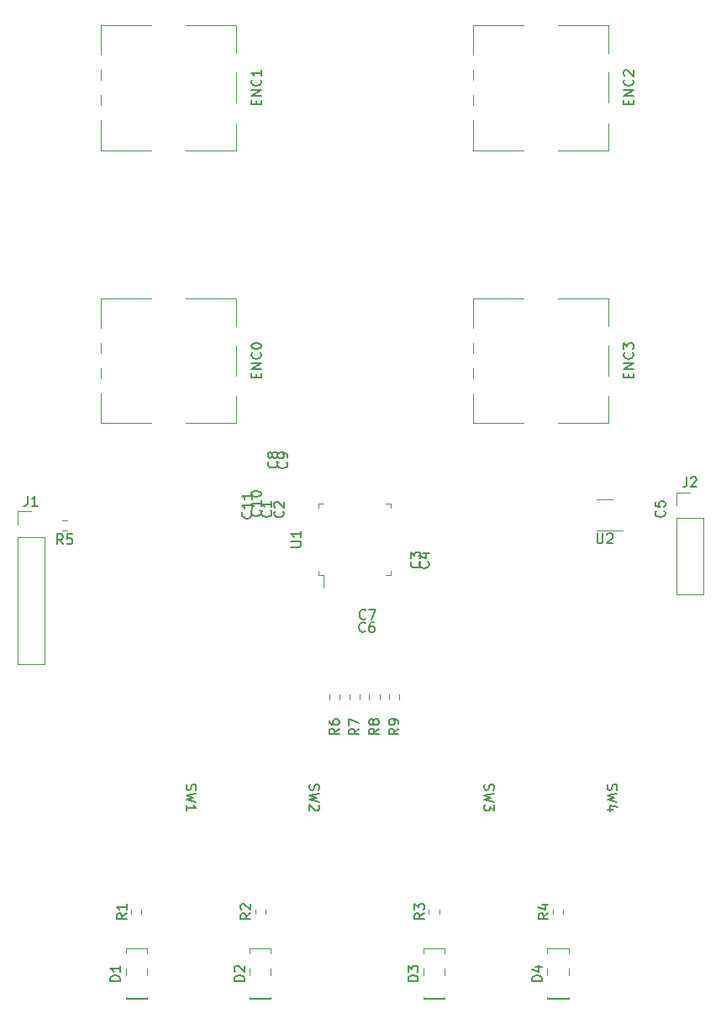
<source format=gbr>
%TF.GenerationSoftware,KiCad,Pcbnew,(6.0.11)*%
%TF.CreationDate,2023-02-27T19:33:45-08:00*%
%TF.ProjectId,IOBoard_ATSAMD21,494f426f-6172-4645-9f41-5453414d4432,rev?*%
%TF.SameCoordinates,Original*%
%TF.FileFunction,Legend,Top*%
%TF.FilePolarity,Positive*%
%FSLAX46Y46*%
G04 Gerber Fmt 4.6, Leading zero omitted, Abs format (unit mm)*
G04 Created by KiCad (PCBNEW (6.0.11)) date 2023-02-27 19:33:45*
%MOMM*%
%LPD*%
G01*
G04 APERTURE LIST*
%ADD10C,0.150000*%
%ADD11C,0.120000*%
G04 APERTURE END LIST*
D10*
%TO.C,R9*%
X108052380Y-123556666D02*
X107576190Y-123890000D01*
X108052380Y-124128095D02*
X107052380Y-124128095D01*
X107052380Y-123747142D01*
X107100000Y-123651904D01*
X107147619Y-123604285D01*
X107242857Y-123556666D01*
X107385714Y-123556666D01*
X107480952Y-123604285D01*
X107528571Y-123651904D01*
X107576190Y-123747142D01*
X107576190Y-124128095D01*
X108052380Y-123080476D02*
X108052380Y-122890000D01*
X108004761Y-122794761D01*
X107957142Y-122747142D01*
X107814285Y-122651904D01*
X107623809Y-122604285D01*
X107242857Y-122604285D01*
X107147619Y-122651904D01*
X107100000Y-122699523D01*
X107052380Y-122794761D01*
X107052380Y-122985238D01*
X107100000Y-123080476D01*
X107147619Y-123128095D01*
X107242857Y-123175714D01*
X107480952Y-123175714D01*
X107576190Y-123128095D01*
X107623809Y-123080476D01*
X107671428Y-122985238D01*
X107671428Y-122794761D01*
X107623809Y-122699523D01*
X107576190Y-122651904D01*
X107480952Y-122604285D01*
%TO.C,R8*%
X106052380Y-123556666D02*
X105576190Y-123890000D01*
X106052380Y-124128095D02*
X105052380Y-124128095D01*
X105052380Y-123747142D01*
X105100000Y-123651904D01*
X105147619Y-123604285D01*
X105242857Y-123556666D01*
X105385714Y-123556666D01*
X105480952Y-123604285D01*
X105528571Y-123651904D01*
X105576190Y-123747142D01*
X105576190Y-124128095D01*
X105480952Y-122985238D02*
X105433333Y-123080476D01*
X105385714Y-123128095D01*
X105290476Y-123175714D01*
X105242857Y-123175714D01*
X105147619Y-123128095D01*
X105100000Y-123080476D01*
X105052380Y-122985238D01*
X105052380Y-122794761D01*
X105100000Y-122699523D01*
X105147619Y-122651904D01*
X105242857Y-122604285D01*
X105290476Y-122604285D01*
X105385714Y-122651904D01*
X105433333Y-122699523D01*
X105480952Y-122794761D01*
X105480952Y-122985238D01*
X105528571Y-123080476D01*
X105576190Y-123128095D01*
X105671428Y-123175714D01*
X105861904Y-123175714D01*
X105957142Y-123128095D01*
X106004761Y-123080476D01*
X106052380Y-122985238D01*
X106052380Y-122794761D01*
X106004761Y-122699523D01*
X105957142Y-122651904D01*
X105861904Y-122604285D01*
X105671428Y-122604285D01*
X105576190Y-122651904D01*
X105528571Y-122699523D01*
X105480952Y-122794761D01*
%TO.C,R7*%
X104052380Y-123556666D02*
X103576190Y-123890000D01*
X104052380Y-124128095D02*
X103052380Y-124128095D01*
X103052380Y-123747142D01*
X103100000Y-123651904D01*
X103147619Y-123604285D01*
X103242857Y-123556666D01*
X103385714Y-123556666D01*
X103480952Y-123604285D01*
X103528571Y-123651904D01*
X103576190Y-123747142D01*
X103576190Y-124128095D01*
X103052380Y-123223333D02*
X103052380Y-122556666D01*
X104052380Y-122985238D01*
%TO.C,R6*%
X102052380Y-123556666D02*
X101576190Y-123890000D01*
X102052380Y-124128095D02*
X101052380Y-124128095D01*
X101052380Y-123747142D01*
X101100000Y-123651904D01*
X101147619Y-123604285D01*
X101242857Y-123556666D01*
X101385714Y-123556666D01*
X101480952Y-123604285D01*
X101528571Y-123651904D01*
X101576190Y-123747142D01*
X101576190Y-124128095D01*
X101052380Y-122699523D02*
X101052380Y-122890000D01*
X101100000Y-122985238D01*
X101147619Y-123032857D01*
X101290476Y-123128095D01*
X101480952Y-123175714D01*
X101861904Y-123175714D01*
X101957142Y-123128095D01*
X102004761Y-123080476D01*
X102052380Y-122985238D01*
X102052380Y-122794761D01*
X102004761Y-122699523D01*
X101957142Y-122651904D01*
X101861904Y-122604285D01*
X101623809Y-122604285D01*
X101528571Y-122651904D01*
X101480952Y-122699523D01*
X101433333Y-122794761D01*
X101433333Y-122985238D01*
X101480952Y-123080476D01*
X101528571Y-123128095D01*
X101623809Y-123175714D01*
%TO.C,SW1*%
X86695238Y-129166666D02*
X86647619Y-129309523D01*
X86647619Y-129547619D01*
X86695238Y-129642857D01*
X86742857Y-129690476D01*
X86838095Y-129738095D01*
X86933333Y-129738095D01*
X87028571Y-129690476D01*
X87076190Y-129642857D01*
X87123809Y-129547619D01*
X87171428Y-129357142D01*
X87219047Y-129261904D01*
X87266666Y-129214285D01*
X87361904Y-129166666D01*
X87457142Y-129166666D01*
X87552380Y-129214285D01*
X87600000Y-129261904D01*
X87647619Y-129357142D01*
X87647619Y-129595238D01*
X87600000Y-129738095D01*
X87647619Y-130071428D02*
X86647619Y-130309523D01*
X87361904Y-130500000D01*
X86647619Y-130690476D01*
X87647619Y-130928571D01*
X86647619Y-131833333D02*
X86647619Y-131261904D01*
X86647619Y-131547619D02*
X87647619Y-131547619D01*
X87504761Y-131452380D01*
X87409523Y-131357142D01*
X87361904Y-131261904D01*
%TO.C,SW2*%
X99100238Y-129166666D02*
X99052619Y-129309523D01*
X99052619Y-129547619D01*
X99100238Y-129642857D01*
X99147857Y-129690476D01*
X99243095Y-129738095D01*
X99338333Y-129738095D01*
X99433571Y-129690476D01*
X99481190Y-129642857D01*
X99528809Y-129547619D01*
X99576428Y-129357142D01*
X99624047Y-129261904D01*
X99671666Y-129214285D01*
X99766904Y-129166666D01*
X99862142Y-129166666D01*
X99957380Y-129214285D01*
X100005000Y-129261904D01*
X100052619Y-129357142D01*
X100052619Y-129595238D01*
X100005000Y-129738095D01*
X100052619Y-130071428D02*
X99052619Y-130309523D01*
X99766904Y-130500000D01*
X99052619Y-130690476D01*
X100052619Y-130928571D01*
X99957380Y-131261904D02*
X100005000Y-131309523D01*
X100052619Y-131404761D01*
X100052619Y-131642857D01*
X100005000Y-131738095D01*
X99957380Y-131785714D01*
X99862142Y-131833333D01*
X99766904Y-131833333D01*
X99624047Y-131785714D01*
X99052619Y-131214285D01*
X99052619Y-131833333D01*
%TO.C,SW3*%
X116695238Y-129166666D02*
X116647619Y-129309523D01*
X116647619Y-129547619D01*
X116695238Y-129642857D01*
X116742857Y-129690476D01*
X116838095Y-129738095D01*
X116933333Y-129738095D01*
X117028571Y-129690476D01*
X117076190Y-129642857D01*
X117123809Y-129547619D01*
X117171428Y-129357142D01*
X117219047Y-129261904D01*
X117266666Y-129214285D01*
X117361904Y-129166666D01*
X117457142Y-129166666D01*
X117552380Y-129214285D01*
X117600000Y-129261904D01*
X117647619Y-129357142D01*
X117647619Y-129595238D01*
X117600000Y-129738095D01*
X117647619Y-130071428D02*
X116647619Y-130309523D01*
X117361904Y-130500000D01*
X116647619Y-130690476D01*
X117647619Y-130928571D01*
X117647619Y-131214285D02*
X117647619Y-131833333D01*
X117266666Y-131500000D01*
X117266666Y-131642857D01*
X117219047Y-131738095D01*
X117171428Y-131785714D01*
X117076190Y-131833333D01*
X116838095Y-131833333D01*
X116742857Y-131785714D01*
X116695238Y-131738095D01*
X116647619Y-131642857D01*
X116647619Y-131357142D01*
X116695238Y-131261904D01*
X116742857Y-131214285D01*
%TO.C,SW4*%
X129100238Y-129166666D02*
X129052619Y-129309523D01*
X129052619Y-129547619D01*
X129100238Y-129642857D01*
X129147857Y-129690476D01*
X129243095Y-129738095D01*
X129338333Y-129738095D01*
X129433571Y-129690476D01*
X129481190Y-129642857D01*
X129528809Y-129547619D01*
X129576428Y-129357142D01*
X129624047Y-129261904D01*
X129671666Y-129214285D01*
X129766904Y-129166666D01*
X129862142Y-129166666D01*
X129957380Y-129214285D01*
X130005000Y-129261904D01*
X130052619Y-129357142D01*
X130052619Y-129595238D01*
X130005000Y-129738095D01*
X130052619Y-130071428D02*
X129052619Y-130309523D01*
X129766904Y-130500000D01*
X129052619Y-130690476D01*
X130052619Y-130928571D01*
X129719285Y-131738095D02*
X129052619Y-131738095D01*
X130100238Y-131500000D02*
X129385952Y-131261904D01*
X129385952Y-131880952D01*
%TO.C,U1*%
X97202380Y-105261904D02*
X98011904Y-105261904D01*
X98107142Y-105214285D01*
X98154761Y-105166666D01*
X98202380Y-105071428D01*
X98202380Y-104880952D01*
X98154761Y-104785714D01*
X98107142Y-104738095D01*
X98011904Y-104690476D01*
X97202380Y-104690476D01*
X98202380Y-103690476D02*
X98202380Y-104261904D01*
X98202380Y-103976190D02*
X97202380Y-103976190D01*
X97345238Y-104071428D01*
X97440476Y-104166666D01*
X97488095Y-104261904D01*
%TO.C,J1*%
X70666666Y-100142380D02*
X70666666Y-100856666D01*
X70619047Y-100999523D01*
X70523809Y-101094761D01*
X70380952Y-101142380D01*
X70285714Y-101142380D01*
X71666666Y-101142380D02*
X71095238Y-101142380D01*
X71380952Y-101142380D02*
X71380952Y-100142380D01*
X71285714Y-100285238D01*
X71190476Y-100380476D01*
X71095238Y-100428095D01*
%TO.C,R4*%
X123122380Y-142166666D02*
X122646190Y-142500000D01*
X123122380Y-142738095D02*
X122122380Y-142738095D01*
X122122380Y-142357142D01*
X122170000Y-142261904D01*
X122217619Y-142214285D01*
X122312857Y-142166666D01*
X122455714Y-142166666D01*
X122550952Y-142214285D01*
X122598571Y-142261904D01*
X122646190Y-142357142D01*
X122646190Y-142738095D01*
X122455714Y-141309523D02*
X123122380Y-141309523D01*
X122074761Y-141547619D02*
X122789047Y-141785714D01*
X122789047Y-141166666D01*
%TO.C,D2*%
X92492380Y-148968095D02*
X91492380Y-148968095D01*
X91492380Y-148730000D01*
X91540000Y-148587142D01*
X91635238Y-148491904D01*
X91730476Y-148444285D01*
X91920952Y-148396666D01*
X92063809Y-148396666D01*
X92254285Y-148444285D01*
X92349523Y-148491904D01*
X92444761Y-148587142D01*
X92492380Y-148730000D01*
X92492380Y-148968095D01*
X91587619Y-148015714D02*
X91540000Y-147968095D01*
X91492380Y-147872857D01*
X91492380Y-147634761D01*
X91540000Y-147539523D01*
X91587619Y-147491904D01*
X91682857Y-147444285D01*
X91778095Y-147444285D01*
X91920952Y-147491904D01*
X92492380Y-148063333D01*
X92492380Y-147444285D01*
%TO.C,C6*%
X104683333Y-113757142D02*
X104635714Y-113804761D01*
X104492857Y-113852380D01*
X104397619Y-113852380D01*
X104254761Y-113804761D01*
X104159523Y-113709523D01*
X104111904Y-113614285D01*
X104064285Y-113423809D01*
X104064285Y-113280952D01*
X104111904Y-113090476D01*
X104159523Y-112995238D01*
X104254761Y-112900000D01*
X104397619Y-112852380D01*
X104492857Y-112852380D01*
X104635714Y-112900000D01*
X104683333Y-112947619D01*
X105540476Y-112852380D02*
X105350000Y-112852380D01*
X105254761Y-112900000D01*
X105207142Y-112947619D01*
X105111904Y-113090476D01*
X105064285Y-113280952D01*
X105064285Y-113661904D01*
X105111904Y-113757142D01*
X105159523Y-113804761D01*
X105254761Y-113852380D01*
X105445238Y-113852380D01*
X105540476Y-113804761D01*
X105588095Y-113757142D01*
X105635714Y-113661904D01*
X105635714Y-113423809D01*
X105588095Y-113328571D01*
X105540476Y-113280952D01*
X105445238Y-113233333D01*
X105254761Y-113233333D01*
X105159523Y-113280952D01*
X105111904Y-113328571D01*
X105064285Y-113423809D01*
%TO.C,C4*%
X111007142Y-106766666D02*
X111054761Y-106814285D01*
X111102380Y-106957142D01*
X111102380Y-107052380D01*
X111054761Y-107195238D01*
X110959523Y-107290476D01*
X110864285Y-107338095D01*
X110673809Y-107385714D01*
X110530952Y-107385714D01*
X110340476Y-107338095D01*
X110245238Y-107290476D01*
X110150000Y-107195238D01*
X110102380Y-107052380D01*
X110102380Y-106957142D01*
X110150000Y-106814285D01*
X110197619Y-106766666D01*
X110435714Y-105909523D02*
X111102380Y-105909523D01*
X110054761Y-106147619D02*
X110769047Y-106385714D01*
X110769047Y-105766666D01*
%TO.C,C10*%
X94077142Y-101542857D02*
X94124761Y-101590476D01*
X94172380Y-101733333D01*
X94172380Y-101828571D01*
X94124761Y-101971428D01*
X94029523Y-102066666D01*
X93934285Y-102114285D01*
X93743809Y-102161904D01*
X93600952Y-102161904D01*
X93410476Y-102114285D01*
X93315238Y-102066666D01*
X93220000Y-101971428D01*
X93172380Y-101828571D01*
X93172380Y-101733333D01*
X93220000Y-101590476D01*
X93267619Y-101542857D01*
X94172380Y-100590476D02*
X94172380Y-101161904D01*
X94172380Y-100876190D02*
X93172380Y-100876190D01*
X93315238Y-100971428D01*
X93410476Y-101066666D01*
X93458095Y-101161904D01*
X93172380Y-99971428D02*
X93172380Y-99876190D01*
X93220000Y-99780952D01*
X93267619Y-99733333D01*
X93362857Y-99685714D01*
X93553333Y-99638095D01*
X93791428Y-99638095D01*
X93981904Y-99685714D01*
X94077142Y-99733333D01*
X94124761Y-99780952D01*
X94172380Y-99876190D01*
X94172380Y-99971428D01*
X94124761Y-100066666D01*
X94077142Y-100114285D01*
X93981904Y-100161904D01*
X93791428Y-100209523D01*
X93553333Y-100209523D01*
X93362857Y-100161904D01*
X93267619Y-100114285D01*
X93220000Y-100066666D01*
X93172380Y-99971428D01*
%TO.C,C5*%
X134807142Y-101621666D02*
X134854761Y-101669285D01*
X134902380Y-101812142D01*
X134902380Y-101907380D01*
X134854761Y-102050238D01*
X134759523Y-102145476D01*
X134664285Y-102193095D01*
X134473809Y-102240714D01*
X134330952Y-102240714D01*
X134140476Y-102193095D01*
X134045238Y-102145476D01*
X133950000Y-102050238D01*
X133902380Y-101907380D01*
X133902380Y-101812142D01*
X133950000Y-101669285D01*
X133997619Y-101621666D01*
X133902380Y-100716904D02*
X133902380Y-101193095D01*
X134378571Y-101240714D01*
X134330952Y-101193095D01*
X134283333Y-101097857D01*
X134283333Y-100859761D01*
X134330952Y-100764523D01*
X134378571Y-100716904D01*
X134473809Y-100669285D01*
X134711904Y-100669285D01*
X134807142Y-100716904D01*
X134854761Y-100764523D01*
X134902380Y-100859761D01*
X134902380Y-101097857D01*
X134854761Y-101193095D01*
X134807142Y-101240714D01*
%TO.C,ENC3*%
X131178571Y-88214285D02*
X131178571Y-87880952D01*
X131702380Y-87738095D02*
X131702380Y-88214285D01*
X130702380Y-88214285D01*
X130702380Y-87738095D01*
X131702380Y-87309523D02*
X130702380Y-87309523D01*
X131702380Y-86738095D01*
X130702380Y-86738095D01*
X131607142Y-85690476D02*
X131654761Y-85738095D01*
X131702380Y-85880952D01*
X131702380Y-85976190D01*
X131654761Y-86119047D01*
X131559523Y-86214285D01*
X131464285Y-86261904D01*
X131273809Y-86309523D01*
X131130952Y-86309523D01*
X130940476Y-86261904D01*
X130845238Y-86214285D01*
X130750000Y-86119047D01*
X130702380Y-85976190D01*
X130702380Y-85880952D01*
X130750000Y-85738095D01*
X130797619Y-85690476D01*
X130702380Y-85357142D02*
X130702380Y-84738095D01*
X131083333Y-85071428D01*
X131083333Y-84928571D01*
X131130952Y-84833333D01*
X131178571Y-84785714D01*
X131273809Y-84738095D01*
X131511904Y-84738095D01*
X131607142Y-84785714D01*
X131654761Y-84833333D01*
X131702380Y-84928571D01*
X131702380Y-85214285D01*
X131654761Y-85309523D01*
X131607142Y-85357142D01*
%TO.C,ENC1*%
X93678571Y-60714285D02*
X93678571Y-60380952D01*
X94202380Y-60238095D02*
X94202380Y-60714285D01*
X93202380Y-60714285D01*
X93202380Y-60238095D01*
X94202380Y-59809523D02*
X93202380Y-59809523D01*
X94202380Y-59238095D01*
X93202380Y-59238095D01*
X94107142Y-58190476D02*
X94154761Y-58238095D01*
X94202380Y-58380952D01*
X94202380Y-58476190D01*
X94154761Y-58619047D01*
X94059523Y-58714285D01*
X93964285Y-58761904D01*
X93773809Y-58809523D01*
X93630952Y-58809523D01*
X93440476Y-58761904D01*
X93345238Y-58714285D01*
X93250000Y-58619047D01*
X93202380Y-58476190D01*
X93202380Y-58380952D01*
X93250000Y-58238095D01*
X93297619Y-58190476D01*
X94202380Y-57238095D02*
X94202380Y-57809523D01*
X94202380Y-57523809D02*
X93202380Y-57523809D01*
X93345238Y-57619047D01*
X93440476Y-57714285D01*
X93488095Y-57809523D01*
%TO.C,R5*%
X74233333Y-104982380D02*
X73900000Y-104506190D01*
X73661904Y-104982380D02*
X73661904Y-103982380D01*
X74042857Y-103982380D01*
X74138095Y-104030000D01*
X74185714Y-104077619D01*
X74233333Y-104172857D01*
X74233333Y-104315714D01*
X74185714Y-104410952D01*
X74138095Y-104458571D01*
X74042857Y-104506190D01*
X73661904Y-104506190D01*
X75138095Y-103982380D02*
X74661904Y-103982380D01*
X74614285Y-104458571D01*
X74661904Y-104410952D01*
X74757142Y-104363333D01*
X74995238Y-104363333D01*
X75090476Y-104410952D01*
X75138095Y-104458571D01*
X75185714Y-104553809D01*
X75185714Y-104791904D01*
X75138095Y-104887142D01*
X75090476Y-104934761D01*
X74995238Y-104982380D01*
X74757142Y-104982380D01*
X74661904Y-104934761D01*
X74614285Y-104887142D01*
%TO.C,R1*%
X80622380Y-142166666D02*
X80146190Y-142500000D01*
X80622380Y-142738095D02*
X79622380Y-142738095D01*
X79622380Y-142357142D01*
X79670000Y-142261904D01*
X79717619Y-142214285D01*
X79812857Y-142166666D01*
X79955714Y-142166666D01*
X80050952Y-142214285D01*
X80098571Y-142261904D01*
X80146190Y-142357142D01*
X80146190Y-142738095D01*
X80622380Y-141214285D02*
X80622380Y-141785714D01*
X80622380Y-141500000D02*
X79622380Y-141500000D01*
X79765238Y-141595238D01*
X79860476Y-141690476D01*
X79908095Y-141785714D01*
%TO.C,D4*%
X122492380Y-148968095D02*
X121492380Y-148968095D01*
X121492380Y-148730000D01*
X121540000Y-148587142D01*
X121635238Y-148491904D01*
X121730476Y-148444285D01*
X121920952Y-148396666D01*
X122063809Y-148396666D01*
X122254285Y-148444285D01*
X122349523Y-148491904D01*
X122444761Y-148587142D01*
X122492380Y-148730000D01*
X122492380Y-148968095D01*
X121825714Y-147539523D02*
X122492380Y-147539523D01*
X121444761Y-147777619D02*
X122159047Y-148015714D01*
X122159047Y-147396666D01*
%TO.C,U2*%
X128038095Y-103902380D02*
X128038095Y-104711904D01*
X128085714Y-104807142D01*
X128133333Y-104854761D01*
X128228571Y-104902380D01*
X128419047Y-104902380D01*
X128514285Y-104854761D01*
X128561904Y-104807142D01*
X128609523Y-104711904D01*
X128609523Y-103902380D01*
X129038095Y-103997619D02*
X129085714Y-103950000D01*
X129180952Y-103902380D01*
X129419047Y-103902380D01*
X129514285Y-103950000D01*
X129561904Y-103997619D01*
X129609523Y-104092857D01*
X129609523Y-104188095D01*
X129561904Y-104330952D01*
X128990476Y-104902380D01*
X129609523Y-104902380D01*
%TO.C,C2*%
X96407142Y-101666666D02*
X96454761Y-101714285D01*
X96502380Y-101857142D01*
X96502380Y-101952380D01*
X96454761Y-102095238D01*
X96359523Y-102190476D01*
X96264285Y-102238095D01*
X96073809Y-102285714D01*
X95930952Y-102285714D01*
X95740476Y-102238095D01*
X95645238Y-102190476D01*
X95550000Y-102095238D01*
X95502380Y-101952380D01*
X95502380Y-101857142D01*
X95550000Y-101714285D01*
X95597619Y-101666666D01*
X95597619Y-101285714D02*
X95550000Y-101238095D01*
X95502380Y-101142857D01*
X95502380Y-100904761D01*
X95550000Y-100809523D01*
X95597619Y-100761904D01*
X95692857Y-100714285D01*
X95788095Y-100714285D01*
X95930952Y-100761904D01*
X96502380Y-101333333D01*
X96502380Y-100714285D01*
%TO.C,R2*%
X93122380Y-142166666D02*
X92646190Y-142500000D01*
X93122380Y-142738095D02*
X92122380Y-142738095D01*
X92122380Y-142357142D01*
X92170000Y-142261904D01*
X92217619Y-142214285D01*
X92312857Y-142166666D01*
X92455714Y-142166666D01*
X92550952Y-142214285D01*
X92598571Y-142261904D01*
X92646190Y-142357142D01*
X92646190Y-142738095D01*
X92217619Y-141785714D02*
X92170000Y-141738095D01*
X92122380Y-141642857D01*
X92122380Y-141404761D01*
X92170000Y-141309523D01*
X92217619Y-141261904D01*
X92312857Y-141214285D01*
X92408095Y-141214285D01*
X92550952Y-141261904D01*
X93122380Y-141833333D01*
X93122380Y-141214285D01*
%TO.C,D3*%
X109992380Y-148968095D02*
X108992380Y-148968095D01*
X108992380Y-148730000D01*
X109040000Y-148587142D01*
X109135238Y-148491904D01*
X109230476Y-148444285D01*
X109420952Y-148396666D01*
X109563809Y-148396666D01*
X109754285Y-148444285D01*
X109849523Y-148491904D01*
X109944761Y-148587142D01*
X109992380Y-148730000D01*
X109992380Y-148968095D01*
X108992380Y-148063333D02*
X108992380Y-147444285D01*
X109373333Y-147777619D01*
X109373333Y-147634761D01*
X109420952Y-147539523D01*
X109468571Y-147491904D01*
X109563809Y-147444285D01*
X109801904Y-147444285D01*
X109897142Y-147491904D01*
X109944761Y-147539523D01*
X109992380Y-147634761D01*
X109992380Y-147920476D01*
X109944761Y-148015714D01*
X109897142Y-148063333D01*
%TO.C,C7*%
X104723333Y-112457142D02*
X104675714Y-112504761D01*
X104532857Y-112552380D01*
X104437619Y-112552380D01*
X104294761Y-112504761D01*
X104199523Y-112409523D01*
X104151904Y-112314285D01*
X104104285Y-112123809D01*
X104104285Y-111980952D01*
X104151904Y-111790476D01*
X104199523Y-111695238D01*
X104294761Y-111600000D01*
X104437619Y-111552380D01*
X104532857Y-111552380D01*
X104675714Y-111600000D01*
X104723333Y-111647619D01*
X105056666Y-111552380D02*
X105723333Y-111552380D01*
X105294761Y-112552380D01*
%TO.C,J2*%
X137066666Y-98222380D02*
X137066666Y-98936666D01*
X137019047Y-99079523D01*
X136923809Y-99174761D01*
X136780952Y-99222380D01*
X136685714Y-99222380D01*
X137495238Y-98317619D02*
X137542857Y-98270000D01*
X137638095Y-98222380D01*
X137876190Y-98222380D01*
X137971428Y-98270000D01*
X138019047Y-98317619D01*
X138066666Y-98412857D01*
X138066666Y-98508095D01*
X138019047Y-98650952D01*
X137447619Y-99222380D01*
X138066666Y-99222380D01*
%TO.C,ENC0*%
X93678571Y-88214285D02*
X93678571Y-87880952D01*
X94202380Y-87738095D02*
X94202380Y-88214285D01*
X93202380Y-88214285D01*
X93202380Y-87738095D01*
X94202380Y-87309523D02*
X93202380Y-87309523D01*
X94202380Y-86738095D01*
X93202380Y-86738095D01*
X94107142Y-85690476D02*
X94154761Y-85738095D01*
X94202380Y-85880952D01*
X94202380Y-85976190D01*
X94154761Y-86119047D01*
X94059523Y-86214285D01*
X93964285Y-86261904D01*
X93773809Y-86309523D01*
X93630952Y-86309523D01*
X93440476Y-86261904D01*
X93345238Y-86214285D01*
X93250000Y-86119047D01*
X93202380Y-85976190D01*
X93202380Y-85880952D01*
X93250000Y-85738095D01*
X93297619Y-85690476D01*
X93202380Y-85071428D02*
X93202380Y-84976190D01*
X93250000Y-84880952D01*
X93297619Y-84833333D01*
X93392857Y-84785714D01*
X93583333Y-84738095D01*
X93821428Y-84738095D01*
X94011904Y-84785714D01*
X94107142Y-84833333D01*
X94154761Y-84880952D01*
X94202380Y-84976190D01*
X94202380Y-85071428D01*
X94154761Y-85166666D01*
X94107142Y-85214285D01*
X94011904Y-85261904D01*
X93821428Y-85309523D01*
X93583333Y-85309523D01*
X93392857Y-85261904D01*
X93297619Y-85214285D01*
X93250000Y-85166666D01*
X93202380Y-85071428D01*
%TO.C,C8*%
X95757142Y-96666666D02*
X95804761Y-96714285D01*
X95852380Y-96857142D01*
X95852380Y-96952380D01*
X95804761Y-97095238D01*
X95709523Y-97190476D01*
X95614285Y-97238095D01*
X95423809Y-97285714D01*
X95280952Y-97285714D01*
X95090476Y-97238095D01*
X94995238Y-97190476D01*
X94900000Y-97095238D01*
X94852380Y-96952380D01*
X94852380Y-96857142D01*
X94900000Y-96714285D01*
X94947619Y-96666666D01*
X95280952Y-96095238D02*
X95233333Y-96190476D01*
X95185714Y-96238095D01*
X95090476Y-96285714D01*
X95042857Y-96285714D01*
X94947619Y-96238095D01*
X94900000Y-96190476D01*
X94852380Y-96095238D01*
X94852380Y-95904761D01*
X94900000Y-95809523D01*
X94947619Y-95761904D01*
X95042857Y-95714285D01*
X95090476Y-95714285D01*
X95185714Y-95761904D01*
X95233333Y-95809523D01*
X95280952Y-95904761D01*
X95280952Y-96095238D01*
X95328571Y-96190476D01*
X95376190Y-96238095D01*
X95471428Y-96285714D01*
X95661904Y-96285714D01*
X95757142Y-96238095D01*
X95804761Y-96190476D01*
X95852380Y-96095238D01*
X95852380Y-95904761D01*
X95804761Y-95809523D01*
X95757142Y-95761904D01*
X95661904Y-95714285D01*
X95471428Y-95714285D01*
X95376190Y-95761904D01*
X95328571Y-95809523D01*
X95280952Y-95904761D01*
%TO.C,C11*%
X93157142Y-101767857D02*
X93204761Y-101815476D01*
X93252380Y-101958333D01*
X93252380Y-102053571D01*
X93204761Y-102196428D01*
X93109523Y-102291666D01*
X93014285Y-102339285D01*
X92823809Y-102386904D01*
X92680952Y-102386904D01*
X92490476Y-102339285D01*
X92395238Y-102291666D01*
X92300000Y-102196428D01*
X92252380Y-102053571D01*
X92252380Y-101958333D01*
X92300000Y-101815476D01*
X92347619Y-101767857D01*
X93252380Y-100815476D02*
X93252380Y-101386904D01*
X93252380Y-101101190D02*
X92252380Y-101101190D01*
X92395238Y-101196428D01*
X92490476Y-101291666D01*
X92538095Y-101386904D01*
X93252380Y-99863095D02*
X93252380Y-100434523D01*
X93252380Y-100148809D02*
X92252380Y-100148809D01*
X92395238Y-100244047D01*
X92490476Y-100339285D01*
X92538095Y-100434523D01*
%TO.C,R3*%
X110622380Y-142166666D02*
X110146190Y-142500000D01*
X110622380Y-142738095D02*
X109622380Y-142738095D01*
X109622380Y-142357142D01*
X109670000Y-142261904D01*
X109717619Y-142214285D01*
X109812857Y-142166666D01*
X109955714Y-142166666D01*
X110050952Y-142214285D01*
X110098571Y-142261904D01*
X110146190Y-142357142D01*
X110146190Y-142738095D01*
X109622380Y-141833333D02*
X109622380Y-141214285D01*
X110003333Y-141547619D01*
X110003333Y-141404761D01*
X110050952Y-141309523D01*
X110098571Y-141261904D01*
X110193809Y-141214285D01*
X110431904Y-141214285D01*
X110527142Y-141261904D01*
X110574761Y-141309523D01*
X110622380Y-141404761D01*
X110622380Y-141690476D01*
X110574761Y-141785714D01*
X110527142Y-141833333D01*
%TO.C,C9*%
X96757142Y-96721666D02*
X96804761Y-96769285D01*
X96852380Y-96912142D01*
X96852380Y-97007380D01*
X96804761Y-97150238D01*
X96709523Y-97245476D01*
X96614285Y-97293095D01*
X96423809Y-97340714D01*
X96280952Y-97340714D01*
X96090476Y-97293095D01*
X95995238Y-97245476D01*
X95900000Y-97150238D01*
X95852380Y-97007380D01*
X95852380Y-96912142D01*
X95900000Y-96769285D01*
X95947619Y-96721666D01*
X96852380Y-96245476D02*
X96852380Y-96055000D01*
X96804761Y-95959761D01*
X96757142Y-95912142D01*
X96614285Y-95816904D01*
X96423809Y-95769285D01*
X96042857Y-95769285D01*
X95947619Y-95816904D01*
X95900000Y-95864523D01*
X95852380Y-95959761D01*
X95852380Y-96150238D01*
X95900000Y-96245476D01*
X95947619Y-96293095D01*
X96042857Y-96340714D01*
X96280952Y-96340714D01*
X96376190Y-96293095D01*
X96423809Y-96245476D01*
X96471428Y-96150238D01*
X96471428Y-95959761D01*
X96423809Y-95864523D01*
X96376190Y-95816904D01*
X96280952Y-95769285D01*
%TO.C,D1*%
X79992380Y-148968095D02*
X78992380Y-148968095D01*
X78992380Y-148730000D01*
X79040000Y-148587142D01*
X79135238Y-148491904D01*
X79230476Y-148444285D01*
X79420952Y-148396666D01*
X79563809Y-148396666D01*
X79754285Y-148444285D01*
X79849523Y-148491904D01*
X79944761Y-148587142D01*
X79992380Y-148730000D01*
X79992380Y-148968095D01*
X79992380Y-147444285D02*
X79992380Y-148015714D01*
X79992380Y-147730000D02*
X78992380Y-147730000D01*
X79135238Y-147825238D01*
X79230476Y-147920476D01*
X79278095Y-148015714D01*
%TO.C,C3*%
X110157142Y-106746666D02*
X110204761Y-106794285D01*
X110252380Y-106937142D01*
X110252380Y-107032380D01*
X110204761Y-107175238D01*
X110109523Y-107270476D01*
X110014285Y-107318095D01*
X109823809Y-107365714D01*
X109680952Y-107365714D01*
X109490476Y-107318095D01*
X109395238Y-107270476D01*
X109300000Y-107175238D01*
X109252380Y-107032380D01*
X109252380Y-106937142D01*
X109300000Y-106794285D01*
X109347619Y-106746666D01*
X109252380Y-106413333D02*
X109252380Y-105794285D01*
X109633333Y-106127619D01*
X109633333Y-105984761D01*
X109680952Y-105889523D01*
X109728571Y-105841904D01*
X109823809Y-105794285D01*
X110061904Y-105794285D01*
X110157142Y-105841904D01*
X110204761Y-105889523D01*
X110252380Y-105984761D01*
X110252380Y-106270476D01*
X110204761Y-106365714D01*
X110157142Y-106413333D01*
%TO.C,C1*%
X95157142Y-101611666D02*
X95204761Y-101659285D01*
X95252380Y-101802142D01*
X95252380Y-101897380D01*
X95204761Y-102040238D01*
X95109523Y-102135476D01*
X95014285Y-102183095D01*
X94823809Y-102230714D01*
X94680952Y-102230714D01*
X94490476Y-102183095D01*
X94395238Y-102135476D01*
X94300000Y-102040238D01*
X94252380Y-101897380D01*
X94252380Y-101802142D01*
X94300000Y-101659285D01*
X94347619Y-101611666D01*
X95252380Y-100659285D02*
X95252380Y-101230714D01*
X95252380Y-100945000D02*
X94252380Y-100945000D01*
X94395238Y-101040238D01*
X94490476Y-101135476D01*
X94538095Y-101230714D01*
%TO.C,ENC2*%
X131178571Y-60714285D02*
X131178571Y-60380952D01*
X131702380Y-60238095D02*
X131702380Y-60714285D01*
X130702380Y-60714285D01*
X130702380Y-60238095D01*
X131702380Y-59809523D02*
X130702380Y-59809523D01*
X131702380Y-59238095D01*
X130702380Y-59238095D01*
X131607142Y-58190476D02*
X131654761Y-58238095D01*
X131702380Y-58380952D01*
X131702380Y-58476190D01*
X131654761Y-58619047D01*
X131559523Y-58714285D01*
X131464285Y-58761904D01*
X131273809Y-58809523D01*
X131130952Y-58809523D01*
X130940476Y-58761904D01*
X130845238Y-58714285D01*
X130750000Y-58619047D01*
X130702380Y-58476190D01*
X130702380Y-58380952D01*
X130750000Y-58238095D01*
X130797619Y-58190476D01*
X130797619Y-57809523D02*
X130750000Y-57761904D01*
X130702380Y-57666666D01*
X130702380Y-57428571D01*
X130750000Y-57333333D01*
X130797619Y-57285714D01*
X130892857Y-57238095D01*
X130988095Y-57238095D01*
X131130952Y-57285714D01*
X131702380Y-57857142D01*
X131702380Y-57238095D01*
D11*
%TO.C,R9*%
X108122500Y-120627258D02*
X108122500Y-120152742D01*
X107077500Y-120627258D02*
X107077500Y-120152742D01*
%TO.C,R8*%
X106122500Y-120627258D02*
X106122500Y-120152742D01*
X105077500Y-120627258D02*
X105077500Y-120152742D01*
%TO.C,R7*%
X104122500Y-120627258D02*
X104122500Y-120152742D01*
X103077500Y-120627258D02*
X103077500Y-120152742D01*
%TO.C,R6*%
X102122500Y-120627258D02*
X102122500Y-120152742D01*
X101077500Y-120627258D02*
X101077500Y-120152742D01*
%TO.C,U1*%
X99990000Y-101340000D02*
X99990000Y-100890000D01*
X99990000Y-108110000D02*
X100440000Y-108110000D01*
X107210000Y-101340000D02*
X107210000Y-100890000D01*
X107210000Y-108110000D02*
X106760000Y-108110000D01*
X107210000Y-100890000D02*
X106760000Y-100890000D01*
X107210000Y-107660000D02*
X107210000Y-108110000D01*
X99990000Y-107660000D02*
X99990000Y-108110000D01*
X99990000Y-100890000D02*
X100440000Y-100890000D01*
X100440000Y-108110000D02*
X100440000Y-109400000D01*
%TO.C,J1*%
X69670000Y-101690000D02*
X71000000Y-101690000D01*
X69670000Y-103020000D02*
X69670000Y-101690000D01*
X69670000Y-104290000D02*
X69670000Y-117050000D01*
X69670000Y-104290000D02*
X72330000Y-104290000D01*
X72330000Y-104290000D02*
X72330000Y-117050000D01*
X69670000Y-117050000D02*
X72330000Y-117050000D01*
%TO.C,R4*%
X124622500Y-142237258D02*
X124622500Y-141762742D01*
X123577500Y-142237258D02*
X123577500Y-141762742D01*
%TO.C,D2*%
X93040000Y-145670000D02*
X95160000Y-145670000D01*
X93040000Y-150790000D02*
X93040000Y-150580000D01*
X95160000Y-148420000D02*
X95160000Y-147689000D01*
X93040000Y-150670000D02*
X95160000Y-150670000D01*
X95160000Y-146230000D02*
X95160000Y-145670000D01*
X93040000Y-148420000D02*
X93040000Y-147689000D01*
X93040000Y-150790000D02*
X95160000Y-150790000D01*
X95160000Y-150790000D02*
X95160000Y-150580000D01*
X93040000Y-146230000D02*
X93040000Y-145670000D01*
%TO.C,ENC3*%
X120600000Y-92800000D02*
X115550000Y-92800000D01*
X129150000Y-90100000D02*
X129150000Y-92800000D01*
X115550000Y-84750000D02*
X115550000Y-85750000D01*
X115550000Y-80200000D02*
X120600000Y-80200000D01*
X129150000Y-85000000D02*
X129150000Y-88000000D01*
X115550000Y-89800000D02*
X115550000Y-92800000D01*
X115550000Y-87250000D02*
X115550000Y-88250000D01*
X124100000Y-80200000D02*
X129150000Y-80200000D01*
X115550000Y-83200000D02*
X115550000Y-80200000D01*
X129150000Y-92800000D02*
X124100000Y-92800000D01*
X129150000Y-80200000D02*
X129150000Y-83000000D01*
%TO.C,ENC1*%
X78050000Y-59750000D02*
X78050000Y-60750000D01*
X91650000Y-57500000D02*
X91650000Y-60500000D01*
X78050000Y-62300000D02*
X78050000Y-65300000D01*
X78050000Y-55700000D02*
X78050000Y-52700000D01*
X78050000Y-52700000D02*
X83100000Y-52700000D01*
X91650000Y-65300000D02*
X86600000Y-65300000D01*
X91650000Y-62600000D02*
X91650000Y-65300000D01*
X83100000Y-65300000D02*
X78050000Y-65300000D01*
X91650000Y-52700000D02*
X91650000Y-55500000D01*
X86600000Y-52700000D02*
X91650000Y-52700000D01*
X78050000Y-57250000D02*
X78050000Y-58250000D01*
%TO.C,R5*%
X74637258Y-103622500D02*
X74162742Y-103622500D01*
X74637258Y-102577500D02*
X74162742Y-102577500D01*
%TO.C,R1*%
X81077500Y-142237258D02*
X81077500Y-141762742D01*
X82122500Y-142237258D02*
X82122500Y-141762742D01*
%TO.C,D4*%
X125160000Y-146230000D02*
X125160000Y-145670000D01*
X125160000Y-150790000D02*
X125160000Y-150580000D01*
X125160000Y-148420000D02*
X125160000Y-147689000D01*
X123040000Y-150670000D02*
X125160000Y-150670000D01*
X123040000Y-145670000D02*
X125160000Y-145670000D01*
X123040000Y-146230000D02*
X123040000Y-145670000D01*
X123040000Y-150790000D02*
X123040000Y-150580000D01*
X123040000Y-150790000D02*
X125160000Y-150790000D01*
X123040000Y-148420000D02*
X123040000Y-147689000D01*
%TO.C,U2*%
X128800000Y-103610000D02*
X128000000Y-103610000D01*
X128800000Y-103610000D02*
X130600000Y-103610000D01*
X128800000Y-100490000D02*
X128000000Y-100490000D01*
X128800000Y-100490000D02*
X129600000Y-100490000D01*
%TO.C,R2*%
X93577500Y-142237258D02*
X93577500Y-141762742D01*
X94622500Y-142237258D02*
X94622500Y-141762742D01*
%TO.C,D3*%
X110540000Y-150790000D02*
X112660000Y-150790000D01*
X112660000Y-150790000D02*
X112660000Y-150580000D01*
X112660000Y-148420000D02*
X112660000Y-147689000D01*
X110540000Y-148420000D02*
X110540000Y-147689000D01*
X110540000Y-150790000D02*
X110540000Y-150580000D01*
X110540000Y-145670000D02*
X112660000Y-145670000D01*
X112660000Y-146230000D02*
X112660000Y-145670000D01*
X110540000Y-146230000D02*
X110540000Y-145670000D01*
X110540000Y-150670000D02*
X112660000Y-150670000D01*
%TO.C,J2*%
X136070000Y-99770000D02*
X137400000Y-99770000D01*
X136070000Y-102370000D02*
X138730000Y-102370000D01*
X138730000Y-102370000D02*
X138730000Y-110050000D01*
X136070000Y-110050000D02*
X138730000Y-110050000D01*
X136070000Y-101100000D02*
X136070000Y-99770000D01*
X136070000Y-102370000D02*
X136070000Y-110050000D01*
%TO.C,ENC0*%
X78050000Y-80200000D02*
X83100000Y-80200000D01*
X78050000Y-87250000D02*
X78050000Y-88250000D01*
X91650000Y-80200000D02*
X91650000Y-83000000D01*
X78050000Y-89800000D02*
X78050000Y-92800000D01*
X91650000Y-85000000D02*
X91650000Y-88000000D01*
X91650000Y-90100000D02*
X91650000Y-92800000D01*
X83100000Y-92800000D02*
X78050000Y-92800000D01*
X91650000Y-92800000D02*
X86600000Y-92800000D01*
X78050000Y-84750000D02*
X78050000Y-85750000D01*
X78050000Y-83200000D02*
X78050000Y-80200000D01*
X86600000Y-80200000D02*
X91650000Y-80200000D01*
%TO.C,R3*%
X112122500Y-142237258D02*
X112122500Y-141762742D01*
X111077500Y-142237258D02*
X111077500Y-141762742D01*
%TO.C,D1*%
X80540000Y-150790000D02*
X82660000Y-150790000D01*
X80540000Y-145670000D02*
X82660000Y-145670000D01*
X80540000Y-150790000D02*
X80540000Y-150580000D01*
X80540000Y-148420000D02*
X80540000Y-147689000D01*
X82660000Y-146230000D02*
X82660000Y-145670000D01*
X80540000Y-150670000D02*
X82660000Y-150670000D01*
X80540000Y-146230000D02*
X80540000Y-145670000D01*
X82660000Y-148420000D02*
X82660000Y-147689000D01*
X82660000Y-150790000D02*
X82660000Y-150580000D01*
%TO.C,ENC2*%
X115550000Y-57250000D02*
X115550000Y-58250000D01*
X115550000Y-62300000D02*
X115550000Y-65300000D01*
X129150000Y-62600000D02*
X129150000Y-65300000D01*
X120600000Y-65300000D02*
X115550000Y-65300000D01*
X115550000Y-55700000D02*
X115550000Y-52700000D01*
X129150000Y-52700000D02*
X129150000Y-55500000D01*
X124100000Y-52700000D02*
X129150000Y-52700000D01*
X115550000Y-59750000D02*
X115550000Y-60750000D01*
X115550000Y-52700000D02*
X120600000Y-52700000D01*
X129150000Y-57500000D02*
X129150000Y-60500000D01*
X129150000Y-65300000D02*
X124100000Y-65300000D01*
%TD*%
M02*

</source>
